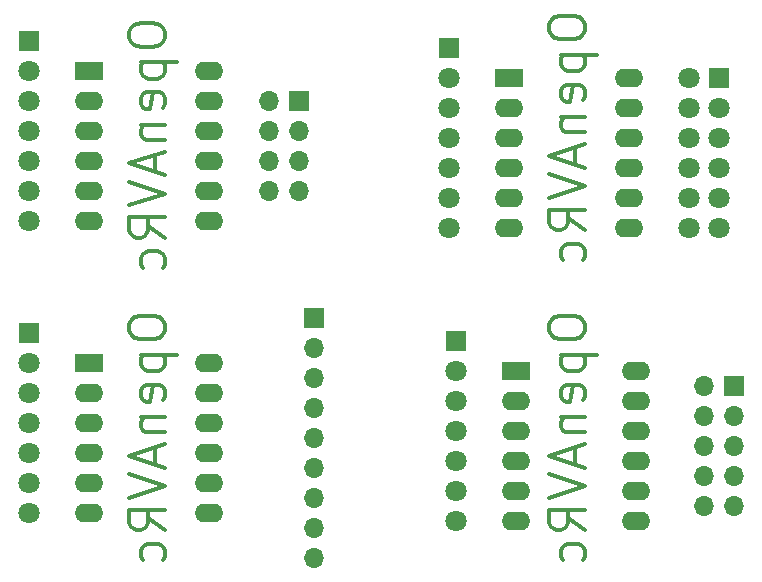
<source format=gbr>
G04 #@! TF.FileFunction,Copper,L2,Bot,Signal*
%FSLAX46Y46*%
G04 Gerber Fmt 4.6, Leading zero omitted, Abs format (unit mm)*
G04 Created by KiCad (PCBNEW 4.0.7) date 09/07/18 14:24:09*
%MOMM*%
%LPD*%
G01*
G04 APERTURE LIST*
%ADD10C,0.100000*%
%ADD11C,0.300000*%
%ADD12C,1.800000*%
%ADD13R,1.800000X1.800000*%
%ADD14R,2.400000X1.600000*%
%ADD15O,2.400000X1.600000*%
%ADD16R,1.700000X1.700000*%
%ADD17O,1.700000X1.700000*%
G04 APERTURE END LIST*
D10*
D11*
X120277143Y-65922142D02*
X120277143Y-66493571D01*
X120420000Y-66779285D01*
X120705714Y-67064999D01*
X121277143Y-67207857D01*
X122277143Y-67207857D01*
X122848571Y-67064999D01*
X123134286Y-66779285D01*
X123277143Y-66493571D01*
X123277143Y-65922142D01*
X123134286Y-65636428D01*
X122848571Y-65350714D01*
X122277143Y-65207857D01*
X121277143Y-65207857D01*
X120705714Y-65350714D01*
X120420000Y-65636428D01*
X120277143Y-65922142D01*
X121277143Y-68493571D02*
X124277143Y-68493571D01*
X121420000Y-68493571D02*
X121277143Y-68779285D01*
X121277143Y-69350714D01*
X121420000Y-69636428D01*
X121562857Y-69779285D01*
X121848571Y-69922142D01*
X122705714Y-69922142D01*
X122991429Y-69779285D01*
X123134286Y-69636428D01*
X123277143Y-69350714D01*
X123277143Y-68779285D01*
X123134286Y-68493571D01*
X123134286Y-72350714D02*
X123277143Y-72065000D01*
X123277143Y-71493571D01*
X123134286Y-71207857D01*
X122848571Y-71065000D01*
X121705714Y-71065000D01*
X121420000Y-71207857D01*
X121277143Y-71493571D01*
X121277143Y-72065000D01*
X121420000Y-72350714D01*
X121705714Y-72493571D01*
X121991429Y-72493571D01*
X122277143Y-71065000D01*
X121277143Y-73779286D02*
X123277143Y-73779286D01*
X121562857Y-73779286D02*
X121420000Y-73922143D01*
X121277143Y-74207857D01*
X121277143Y-74636429D01*
X121420000Y-74922143D01*
X121705714Y-75065000D01*
X123277143Y-75065000D01*
X122420000Y-76350715D02*
X122420000Y-77779286D01*
X123277143Y-76065000D02*
X120277143Y-77065000D01*
X123277143Y-78065000D01*
X120277143Y-78636429D02*
X123277143Y-79636429D01*
X120277143Y-80636429D01*
X123277143Y-83350715D02*
X121848571Y-82350715D01*
X123277143Y-81636430D02*
X120277143Y-81636430D01*
X120277143Y-82779287D01*
X120420000Y-83065001D01*
X120562857Y-83207858D01*
X120848571Y-83350715D01*
X121277143Y-83350715D01*
X121562857Y-83207858D01*
X121705714Y-83065001D01*
X121848571Y-82779287D01*
X121848571Y-81636430D01*
X123134286Y-85922144D02*
X123277143Y-85636430D01*
X123277143Y-85065001D01*
X123134286Y-84779287D01*
X122991429Y-84636430D01*
X122705714Y-84493573D01*
X121848571Y-84493573D01*
X121562857Y-84636430D01*
X121420000Y-84779287D01*
X121277143Y-85065001D01*
X121277143Y-85636430D01*
X121420000Y-85922144D01*
X155837143Y-65287142D02*
X155837143Y-65858571D01*
X155980000Y-66144285D01*
X156265714Y-66429999D01*
X156837143Y-66572857D01*
X157837143Y-66572857D01*
X158408571Y-66429999D01*
X158694286Y-66144285D01*
X158837143Y-65858571D01*
X158837143Y-65287142D01*
X158694286Y-65001428D01*
X158408571Y-64715714D01*
X157837143Y-64572857D01*
X156837143Y-64572857D01*
X156265714Y-64715714D01*
X155980000Y-65001428D01*
X155837143Y-65287142D01*
X156837143Y-67858571D02*
X159837143Y-67858571D01*
X156980000Y-67858571D02*
X156837143Y-68144285D01*
X156837143Y-68715714D01*
X156980000Y-69001428D01*
X157122857Y-69144285D01*
X157408571Y-69287142D01*
X158265714Y-69287142D01*
X158551429Y-69144285D01*
X158694286Y-69001428D01*
X158837143Y-68715714D01*
X158837143Y-68144285D01*
X158694286Y-67858571D01*
X158694286Y-71715714D02*
X158837143Y-71430000D01*
X158837143Y-70858571D01*
X158694286Y-70572857D01*
X158408571Y-70430000D01*
X157265714Y-70430000D01*
X156980000Y-70572857D01*
X156837143Y-70858571D01*
X156837143Y-71430000D01*
X156980000Y-71715714D01*
X157265714Y-71858571D01*
X157551429Y-71858571D01*
X157837143Y-70430000D01*
X156837143Y-73144286D02*
X158837143Y-73144286D01*
X157122857Y-73144286D02*
X156980000Y-73287143D01*
X156837143Y-73572857D01*
X156837143Y-74001429D01*
X156980000Y-74287143D01*
X157265714Y-74430000D01*
X158837143Y-74430000D01*
X157980000Y-75715715D02*
X157980000Y-77144286D01*
X158837143Y-75430000D02*
X155837143Y-76430000D01*
X158837143Y-77430000D01*
X155837143Y-78001429D02*
X158837143Y-79001429D01*
X155837143Y-80001429D01*
X158837143Y-82715715D02*
X157408571Y-81715715D01*
X158837143Y-81001430D02*
X155837143Y-81001430D01*
X155837143Y-82144287D01*
X155980000Y-82430001D01*
X156122857Y-82572858D01*
X156408571Y-82715715D01*
X156837143Y-82715715D01*
X157122857Y-82572858D01*
X157265714Y-82430001D01*
X157408571Y-82144287D01*
X157408571Y-81001430D01*
X158694286Y-85287144D02*
X158837143Y-85001430D01*
X158837143Y-84430001D01*
X158694286Y-84144287D01*
X158551429Y-84001430D01*
X158265714Y-83858573D01*
X157408571Y-83858573D01*
X157122857Y-84001430D01*
X156980000Y-84144287D01*
X156837143Y-84430001D01*
X156837143Y-85001430D01*
X156980000Y-85287144D01*
X155837143Y-90687142D02*
X155837143Y-91258571D01*
X155980000Y-91544285D01*
X156265714Y-91829999D01*
X156837143Y-91972857D01*
X157837143Y-91972857D01*
X158408571Y-91829999D01*
X158694286Y-91544285D01*
X158837143Y-91258571D01*
X158837143Y-90687142D01*
X158694286Y-90401428D01*
X158408571Y-90115714D01*
X157837143Y-89972857D01*
X156837143Y-89972857D01*
X156265714Y-90115714D01*
X155980000Y-90401428D01*
X155837143Y-90687142D01*
X156837143Y-93258571D02*
X159837143Y-93258571D01*
X156980000Y-93258571D02*
X156837143Y-93544285D01*
X156837143Y-94115714D01*
X156980000Y-94401428D01*
X157122857Y-94544285D01*
X157408571Y-94687142D01*
X158265714Y-94687142D01*
X158551429Y-94544285D01*
X158694286Y-94401428D01*
X158837143Y-94115714D01*
X158837143Y-93544285D01*
X158694286Y-93258571D01*
X158694286Y-97115714D02*
X158837143Y-96830000D01*
X158837143Y-96258571D01*
X158694286Y-95972857D01*
X158408571Y-95830000D01*
X157265714Y-95830000D01*
X156980000Y-95972857D01*
X156837143Y-96258571D01*
X156837143Y-96830000D01*
X156980000Y-97115714D01*
X157265714Y-97258571D01*
X157551429Y-97258571D01*
X157837143Y-95830000D01*
X156837143Y-98544286D02*
X158837143Y-98544286D01*
X157122857Y-98544286D02*
X156980000Y-98687143D01*
X156837143Y-98972857D01*
X156837143Y-99401429D01*
X156980000Y-99687143D01*
X157265714Y-99830000D01*
X158837143Y-99830000D01*
X157980000Y-101115715D02*
X157980000Y-102544286D01*
X158837143Y-100830000D02*
X155837143Y-101830000D01*
X158837143Y-102830000D01*
X155837143Y-103401429D02*
X158837143Y-104401429D01*
X155837143Y-105401429D01*
X158837143Y-108115715D02*
X157408571Y-107115715D01*
X158837143Y-106401430D02*
X155837143Y-106401430D01*
X155837143Y-107544287D01*
X155980000Y-107830001D01*
X156122857Y-107972858D01*
X156408571Y-108115715D01*
X156837143Y-108115715D01*
X157122857Y-107972858D01*
X157265714Y-107830001D01*
X157408571Y-107544287D01*
X157408571Y-106401430D01*
X158694286Y-110687144D02*
X158837143Y-110401430D01*
X158837143Y-109830001D01*
X158694286Y-109544287D01*
X158551429Y-109401430D01*
X158265714Y-109258573D01*
X157408571Y-109258573D01*
X157122857Y-109401430D01*
X156980000Y-109544287D01*
X156837143Y-109830001D01*
X156837143Y-110401430D01*
X156980000Y-110687144D01*
X120277143Y-90687142D02*
X120277143Y-91258571D01*
X120420000Y-91544285D01*
X120705714Y-91829999D01*
X121277143Y-91972857D01*
X122277143Y-91972857D01*
X122848571Y-91829999D01*
X123134286Y-91544285D01*
X123277143Y-91258571D01*
X123277143Y-90687142D01*
X123134286Y-90401428D01*
X122848571Y-90115714D01*
X122277143Y-89972857D01*
X121277143Y-89972857D01*
X120705714Y-90115714D01*
X120420000Y-90401428D01*
X120277143Y-90687142D01*
X121277143Y-93258571D02*
X124277143Y-93258571D01*
X121420000Y-93258571D02*
X121277143Y-93544285D01*
X121277143Y-94115714D01*
X121420000Y-94401428D01*
X121562857Y-94544285D01*
X121848571Y-94687142D01*
X122705714Y-94687142D01*
X122991429Y-94544285D01*
X123134286Y-94401428D01*
X123277143Y-94115714D01*
X123277143Y-93544285D01*
X123134286Y-93258571D01*
X123134286Y-97115714D02*
X123277143Y-96830000D01*
X123277143Y-96258571D01*
X123134286Y-95972857D01*
X122848571Y-95830000D01*
X121705714Y-95830000D01*
X121420000Y-95972857D01*
X121277143Y-96258571D01*
X121277143Y-96830000D01*
X121420000Y-97115714D01*
X121705714Y-97258571D01*
X121991429Y-97258571D01*
X122277143Y-95830000D01*
X121277143Y-98544286D02*
X123277143Y-98544286D01*
X121562857Y-98544286D02*
X121420000Y-98687143D01*
X121277143Y-98972857D01*
X121277143Y-99401429D01*
X121420000Y-99687143D01*
X121705714Y-99830000D01*
X123277143Y-99830000D01*
X122420000Y-101115715D02*
X122420000Y-102544286D01*
X123277143Y-100830000D02*
X120277143Y-101830000D01*
X123277143Y-102830000D01*
X120277143Y-103401429D02*
X123277143Y-104401429D01*
X120277143Y-105401429D01*
X123277143Y-108115715D02*
X121848571Y-107115715D01*
X123277143Y-106401430D02*
X120277143Y-106401430D01*
X120277143Y-107544287D01*
X120420000Y-107830001D01*
X120562857Y-107972858D01*
X120848571Y-108115715D01*
X121277143Y-108115715D01*
X121562857Y-107972858D01*
X121705714Y-107830001D01*
X121848571Y-107544287D01*
X121848571Y-106401430D01*
X123134286Y-110687144D02*
X123277143Y-110401430D01*
X123277143Y-109830001D01*
X123134286Y-109544287D01*
X122991429Y-109401430D01*
X122705714Y-109258573D01*
X121848571Y-109258573D01*
X121562857Y-109401430D01*
X121420000Y-109544287D01*
X121277143Y-109830001D01*
X121277143Y-110401430D01*
X121420000Y-110687144D01*
D12*
X147955000Y-107315000D03*
X147955000Y-104775000D03*
D13*
X147955000Y-92075000D03*
D12*
X147955000Y-94615000D03*
X147955000Y-97155000D03*
X147955000Y-99695000D03*
X147955000Y-102235000D03*
X167640000Y-82550000D03*
X170180000Y-82550000D03*
D13*
X170180000Y-69850000D03*
D12*
X167640000Y-69850000D03*
X170180000Y-72390000D03*
X167640000Y-72390000D03*
X170180000Y-74930000D03*
X167640000Y-74930000D03*
X170180000Y-77470000D03*
X167640000Y-77470000D03*
X170180000Y-80010000D03*
X167640000Y-80010000D03*
X111760000Y-106680000D03*
X111760000Y-104140000D03*
D13*
X111760000Y-91440000D03*
D12*
X111760000Y-93980000D03*
X111760000Y-96520000D03*
X111760000Y-99060000D03*
X111760000Y-101600000D03*
X147320000Y-82550000D03*
X147320000Y-80010000D03*
D13*
X147320000Y-67310000D03*
D12*
X147320000Y-69850000D03*
X147320000Y-72390000D03*
X147320000Y-74930000D03*
X147320000Y-77470000D03*
X111760000Y-81915000D03*
X111760000Y-79375000D03*
D13*
X111760000Y-66675000D03*
D12*
X111760000Y-69215000D03*
X111760000Y-71755000D03*
X111760000Y-74295000D03*
X111760000Y-76835000D03*
D14*
X116840000Y-69215000D03*
D15*
X116840000Y-71755000D03*
X116840000Y-74295000D03*
X116840000Y-76835000D03*
X116840000Y-79375000D03*
X116840000Y-81915000D03*
X127000000Y-81915000D03*
X127000000Y-79375000D03*
X127000000Y-76835000D03*
X127000000Y-74295000D03*
X127000000Y-71755000D03*
X127000000Y-69215000D03*
D14*
X152400000Y-69850000D03*
D15*
X152400000Y-72390000D03*
X152400000Y-74930000D03*
X152400000Y-77470000D03*
X152400000Y-80010000D03*
X152400000Y-82550000D03*
X162560000Y-82550000D03*
X162560000Y-80010000D03*
X162560000Y-77470000D03*
X162560000Y-74930000D03*
X162560000Y-72390000D03*
X162560000Y-69850000D03*
D16*
X134620000Y-71755000D03*
D17*
X132080000Y-71755000D03*
X134620000Y-74295000D03*
X132080000Y-74295000D03*
X134620000Y-76835000D03*
X132080000Y-76835000D03*
X134620000Y-79375000D03*
X132080000Y-79375000D03*
D14*
X116840000Y-93980000D03*
D15*
X116840000Y-96520000D03*
X116840000Y-99060000D03*
X116840000Y-101600000D03*
X116840000Y-104140000D03*
X116840000Y-106680000D03*
X127000000Y-106680000D03*
X127000000Y-104140000D03*
X127000000Y-101600000D03*
X127000000Y-99060000D03*
X127000000Y-96520000D03*
X127000000Y-93980000D03*
D16*
X135890000Y-90170000D03*
D17*
X135890000Y-92710000D03*
X135890000Y-95250000D03*
X135890000Y-97790000D03*
X135890000Y-100330000D03*
X135890000Y-102870000D03*
X135890000Y-105410000D03*
X135890000Y-107950000D03*
X135890000Y-110490000D03*
D14*
X153035000Y-94615000D03*
D15*
X153035000Y-97155000D03*
X153035000Y-99695000D03*
X153035000Y-102235000D03*
X153035000Y-104775000D03*
X153035000Y-107315000D03*
X163195000Y-107315000D03*
X163195000Y-104775000D03*
X163195000Y-102235000D03*
X163195000Y-99695000D03*
X163195000Y-97155000D03*
X163195000Y-94615000D03*
D16*
X171450000Y-95885000D03*
D17*
X168910000Y-95885000D03*
X171450000Y-98425000D03*
X168910000Y-98425000D03*
X171450000Y-100965000D03*
X168910000Y-100965000D03*
X171450000Y-103505000D03*
X168910000Y-103505000D03*
X171450000Y-106045000D03*
X168910000Y-106045000D03*
M02*

</source>
